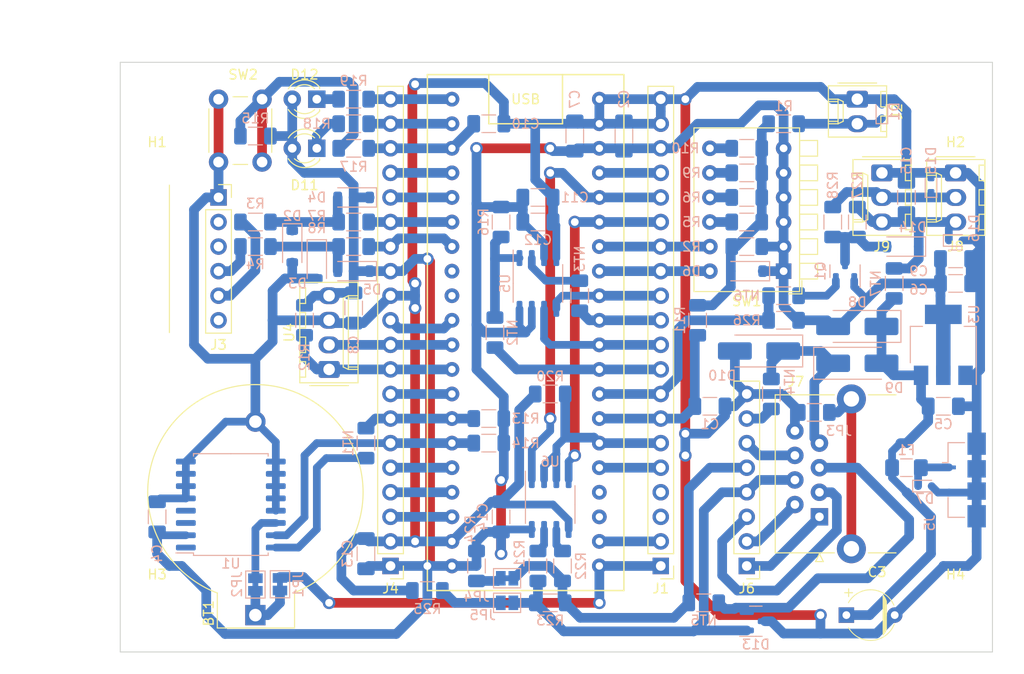
<source format=kicad_pcb>
(kicad_pcb (version 20221018) (generator pcbnew)
  (layers (0 "F.Cu" signal) (31 "B.Cu" signal) (34 "B.Paste" user) (35 "F.Paste" user) (36 "B.SilkS" user "B.Silkscreen") (37 "F.SilkS" user "F.Silkscreen") (38 "B.Mask" user) (39 "F.Mask" user) (44 "Edge.Cuts" user))
  (net 0 "")
  (net 1 "Net-(BT1-+)")
  (net 2 "GND")
  (net 3 "+3V3")
  (net 4 "+5V")
  (net 5 "/BTN_UMOUNT")
  (net 6 "Net-(D1-K)")
  (net 7 "/MODBUS_VP")
  (net 8 "/MODBUS_A")
  (net 9 "/MODBUS_B")
  (net 10 "/VBAT")
  (net 11 "/PC13")
  (net 13 "/DCF77_~{PON}")
  (net 14 "/DCF77_DATA")
  (net 15 "/PA4")
  (net 16 "/PA5")
  (net 17 "/MISO")
  (net 18 "/MOSI")
  (net 19 "/PB0")
  (net 20 "/PB1")
  (net 21 "/MODBUS_DI")
  (net 22 "/MODBUS_RO")
  (net 23 "/NRST")
  (net 26 "Net-(J3-TX)")
  (net 27 "Net-(J3-RX)")
  (net 29 "/5V_STM")
  (net 30 "/PB9")
  (net 31 "/PB8")
  (net 32 "/PB7")
  (net 33 "/PB6")
  (net 34 "/ONEWIRE")
  (net 35 "/PA15")
  (net 36 "/PA10")
  (net 37 "/PA9")
  (net 38 "/PA8")
  (net 39 "/PB15")
  (net 40 "/LED_PULSE")
  (net 41 "/LED_STATUS")
  (net 42 "Net-(J6-Pin_1)")
  (net 43 "Net-(J6-Pin_2)")
  (net 44 "Net-(J6-Pin_3)")
  (net 45 "Net-(J6-Pin_6)")
  (net 46 "Earth")
  (net 47 "/onewire/ONEWIRE_5V")
  (net 48 "Net-(JP2-B)")
  (net 49 "Net-(R5-Pad1)")
  (net 50 "Net-(R6-Pad1)")
  (net 51 "Net-(R9-Pad1)")
  (net 52 "Net-(R10-Pad1)")
  (net 53 "Net-(R15-Pad2)")
  (net 54 "/MODBUS_DE")
  (net 55 "Net-(U6-B)")
  (net 56 "Net-(U6-A)")
  (net 64 "/PB5")
  (net 65 "/PA2")
  (net 66 "Net-(U1-SCL)")
  (net 67 "/PA0")
  (net 68 "Net-(J6-Pin_7)")
  (net 69 "Net-(Q1-S)")
  (net 70 "Net-(U5-SO{slash}SIO1)")
  (net 71 "Net-(U5-~{CS})")
  (net 72 "Net-(D11-K)")
  (net 73 "Net-(D2-K)")
  (net 74 "Net-(D3-K)")
  (net 75 "Net-(D6-A)")
  (net 76 "Net-(D14-K)")
  (net 78 "/MODBUS_A_NT")
  (net 79 "Net-(JP4-B)")
  (net 80 "Net-(JP5-A)")
  (net 81 "Net-(D12-K)")
  (net 82 "Net-(D15-K)")
  (net 83 "Net-(D7-K)")
  (footprint "LED_THT:LED_D3.0mm" (layer "F.Cu") (at 147.32 74.93 180)
    (fp_text reference "D11")
    (fp_text value "LED")
  )
  (footprint "MountingHole:MountingHole_3.2mm_M3" (layer "F.Cu") (at 213.36 69.85)
    (fp_text reference "H2")
    (fp_text value "MountingHole")
  )
  (footprint "Connector_Molex:Molex_KK-254_AE-6410-03A_1x03_P2.54mm_Vertical" (layer "F.Cu") (at 205.74 77.47 -90)
    (fp_text reference "J9")
    (fp_text value "Conn_01x03")
  )
  (footprint "chinabluepill:ChinaBluePill" (layer "F.Cu") (at 161.29 118.11)
    (fp_text reference "U2" hide)
    (fp_text value "ChinaBluePill" hide)
  )
  (footprint "ondra:FTDI_breakout" (layer "F.Cu") (at 137.16 80.01)
    (fp_text reference "J3")
    (fp_text value "FTDI breakout")
  )
  (footprint "MountingHole:MountingHole_3.2mm_M3" (layer "F.Cu") (at 213.36 123.19)
    (fp_text reference "H4")
    (fp_text value "MountingHole")
  )
  (footprint "Connector_Molex:Molex_KK-254_AE-6410-03A_1x03_P2.54mm_Vertical" (layer "F.Cu") (at 213.36 77.47 -90)
    (fp_text reference "J8")
    (fp_text value "Conn_01x03")
  )
  (footprint "Connector_PinHeader_2.54mm:PinHeader_1x08_P2.54mm_Vertical" (layer "F.Cu") (at 191.77 118.11 180)
    (fp_text reference "J6")
    (fp_text value "Conn_01x08")
  )
  (footprint "LED_THT:LED_D3.0mm" (layer "F.Cu") (at 147.32 69.85 180)
    (fp_text reference "D12")
    (fp_text value "LED")
  )
  (footprint "ondra:CP_Radial_D5.0mm_P5.00mm" (layer "F.Cu") (at 202.067349 123.19)
    (fp_text reference "C3")
    (fp_text value "100u")
  )
  (footprint "Button_Switch_THT:SW_DIP_SPSTx06_Piano_10.8x16.8mm_W7.62mm_P2.54mm" (layer "F.Cu") (at 195.58 87.63 180)
    (fp_text reference "SW1")
    (fp_text value "SW_DIP_x06")
  )
  (footprint "Connector_PinHeader_2.54mm:PinHeader_1x20_P2.54mm_Vertical" (layer "F.Cu") (at 154.94 118.11 180)
    (fp_text reference "J4")
    (fp_text value "Conn_01x20_Pin")
  )
  (footprint "Connector_PinHeader_2.54mm:PinHeader_1x20_P2.54mm_Vertical" (layer "F.Cu") (at 182.88 118.11 180)
    (fp_text reference "J1")
    (fp_text value "Conn_01x20_Pin")
  )
  (footprint "Connector_Molex:Molex_KK-254_AE-6410-02A_1x02_P2.54mm_Vertical" (layer "F.Cu") (at 203.2 69.85 -90)
    (fp_text reference "J2")
    (fp_text value "Conn_01x02_Pin")
  )
  (footprint "Connector_Molex:Molex_KK-254_AE-6410-04A_1x04_P2.54mm_Vertical" (layer "F.Cu") (at 148.59 97.79 90)
    (fp_text reference "U4")
    (fp_text value "DCF-3850N-800")
  )
  (footprint "Button_Switch_THT:SW_PUSH_6mm" (layer "F.Cu") (at 141.66 69.85 -90)
    (fp_text reference "SW2")
    (fp_text value "SW_Push")
  )
  (footprint "MountingHole:MountingHole_3.2mm_M3" (layer "F.Cu") (at 130.81 123.19)
    (fp_text reference "H3")
    (fp_text value "MountingHole")
  )
  (footprint "ondra:BatteryHolder_DS1092-04-B6P" (layer "F.Cu") (at 140.97 123.19 90)
    (fp_text reference "BT1")
    (fp_text value "CR2032")
  )
  (footprint "MountingHole:MountingHole_3.2mm_M3" (layer "F.Cu") (at 130.81 69.85)
    (fp_text reference "H1")
    (fp_text value "MountingHole")
  )
  (footprint "Connector_RJ:RJ45_HALO_HFJ11-x2450HRL_Horizontal" (layer "F.Cu") (at 199.285 113.03 90)
    (fp_text reference "J7")
    (fp_text value "RJ45_Shielded")
  )
  (footprint "Resistor_SMD:R_1206_3216Metric_Pad1.30x1.75mm_HandSolder" (layer "B.Cu") (at 187.325 121.92)
    (fp_text reference "NT5")
    (fp_text value "NetTie_2")
  )
  (footprint "Diode_SMD:D_SMA_Handsoldering" (layer "B.Cu") (at 203.2 97.155)
    (fp_text reference "D9")
    (fp_text value "1N4007")
  )
  (footprint "Diode_SMD:D_SOD-523" (layer "B.Cu") (at 210.82 78.74 90)
    (fp_text reference "D15")
    (fp_text value "ESD5Z5V0")
  )
  (footprint "Resistor_SMD:R_1206_3216Metric_Pad1.30x1.75mm_HandSolder" (layer "B.Cu") (at 171.45 121.92)
    (fp_text reference "R23")
    (fp_text value "150 / 0.25W")
  )
  (footprint "Resistor_SMD:R_1206_3216Metric_Pad1.30x1.75mm_HandSolder" (layer "B.Cu") (at 174.498 90.17 90)
    (fp_text reference "NT3")
    (fp_text value "NetTie_2")
  )
  (footprint "Diode_SMD:D_SOD-523" (layer "B.Cu") (at 205.74 71.12 90)
    (fp_text reference "D1")
    (fp_text value "ESD5Z3.3T1G")
  )
  (footprint "Diode_SMD:D_SOD-123" (layer "B.Cu") (at 144.78 85.09 -90)
    (fp_text reference "D2")
    (fp_text value "1N4148W")
  )
  (footprint "Resistor_SMD:R_1206_3216Metric_Pad1.30x1.75mm_HandSolder" (layer "B.Cu") (at 195.58 92.71 180)
    (fp_text reference "R26")
    (fp_text value "10k")
  )
  (footprint "Resistor_SMD:R_1206_3216Metric_Pad1.30x1.75mm_HandSolder" (layer "B.Cu") (at 165.1 102.87 180)
    (fp_text reference "R13")
    (fp_text value "2k2")
  )
  (footprint "Resistor_SMD:R_1206_3216Metric_Pad1.30x1.75mm_HandSolder" (layer "B.Cu") (at 191.77 80.01)
    (fp_text reference "R6")
    (fp_text value "100k")
  )
  (footprint "Resistor_SMD:R_1206_3216Metric_Pad1.30x1.75mm_HandSolder" (layer "B.Cu") (at 151.13 69.85)
    (fp_text reference "R19")
    (fp_text value "330")
  )
  (footprint "Resistor_SMD:R_1206_3216Metric_Pad1.30x1.75mm_HandSolder" (layer "B.Cu") (at 140.97 85.09)
    (fp_text reference "R4")
    (fp_text value "1k")
  )
  (footprint "Capacitor_SMD:C_1206_3216Metric_Pad1.33x1.80mm_HandSolder" (layer "B.Cu") (at 208.28 80.01 90)
    (fp_text reference "C15")
    (fp_text value "100n")
  )
  (footprint "Resistor_SMD:R_1206_3216Metric_Pad1.30x1.75mm_HandSolder" (layer "B.Cu") (at 170.18 118.11 -90)
    (fp_text reference "R21")
    (fp_text value "10")
  )
  (footprint "Resistor_SMD:R_1206_3216Metric_Pad1.30x1.75mm_HandSolder" (layer "B.Cu") (at 151.13 82.55)
    (fp_text reference "R7")
    (fp_text value "100")
  )
  (footprint "Diode_SMD:D_SOD-123" (layer "B.Cu") (at 151.13 80.01 180)
    (fp_text reference "D4")
    (fp_text value "1N4148W")
  )
  (footprint "Capacitor_SMD:C_1206_3216Metric_Pad1.33x1.80mm_HandSolder" (layer "B.Cu") (at 170.18 82.55)
    (fp_text reference "C12")
    (fp_text value "100n")
  )
  (footprint "Resistor_SMD:R_1206_3216Metric_Pad1.30x1.75mm_HandSolder" (layer "B.Cu") (at 158.75 120.65 180)
    (fp_text reference "R25")
    (fp_text value "330")
  )
  (footprint "Resistor_SMD:R_1206_3216Metric_Pad1.30x1.75mm_HandSolder" (layer "B.Cu") (at 191.77 85.09 180)
    (fp_text reference "R2")
    (fp_text value "330k")
  )
  (footprint "Resistor_SMD:R_1206_3216Metric_Pad1.30x1.75mm_HandSolder" (layer "B.Cu") (at 191.77 74.93)
    (fp_text reference "R10")
    (fp_text value "10k")
  )
  (footprint "Capacitor_SMD:C_1206_3216Metric_Pad1.33x1.80mm_HandSolder" (layer "B.Cu") (at 213.36 86.36)
    (fp_text reference "C9")
    (fp_text value "330n")
  )
  (footprint "Capacitor_SMD:C_1206_3216Metric_Pad1.33x1.80mm_HandSolder" (layer "B.Cu") (at 173.99 73.66 90)
    (fp_text reference "C7")
    (fp_text value "10u")
  )
  (footprint "Resistor_SMD:R_1206_3216Metric_Pad1.30x1.75mm_HandSolder" (layer "B.Cu") (at 140.97 82.55)
    (fp_text reference "R3")
    (fp_text value "1k")
  )
  (footprint "Resistor_SMD:R_1206_3216Metric_Pad1.30x1.75mm_HandSolder" (layer "B.Cu") (at 186.69 92.71 -90)
    (fp_text reference "R11")
    (fp_text value "330")
  )
  (footprint "Resistor_SMD:R_1206_3216Metric_Pad1.30x1.75mm_HandSolder" (layer "B.Cu") (at 151.13 74.93 180)
    (fp_text reference "R17")
    (fp_text value "10k")
  )
  (footprint "Package_TO_SOT_SMD:SOT-23" (layer "B.Cu") (at 201.93 87.63 90)
    (fp_text reference "Q1")
    (fp_text value "BSS138")
  )
  (footprint "Jumper:SolderJumper-2_P1.3mm_Bridged_Pad1.0x1.5mm" (layer "B.Cu") (at 166.99 121.92)
    (fp_text reference "JP5")
    (fp_text value "SolderJumper_2_Bridged")
  )
  (footprint "Resistor_SMD:R_1206_3216Metric_Pad1.30x1.75mm_HandSolder" (layer "B.Cu") (at 171.45 100.33 180)
    (fp_text reference "R20")
    (fp_text value "10k")
  )
  (footprint "Capacitor_SMD:C_1206_3216Metric_Pad1.33x1.80mm_HandSolder" (layer "B.Cu") (at 187.96 101.6)
    (fp_text reference "C1")
    (fp_text value "10n")
  )
  (footprint "Diode_SMD:D_SOD-123" (layer "B.Cu") (at 147.32 86.74 -90)
    (fp_text reference "D3")
    (fp_text value "1N4148W")
  )
  (footprint "Diode_SMD:D_SMA_Handsoldering" (layer "B.Cu") (at 193.04 95.885 180)
    (fp_text reference "D10")
    (fp_text value "1N4007")
  )
  (footprint "Resistor_SMD:R_1206_3216Metric_Pad1.30x1.75mm_HandSolder" (layer "B.Cu") (at 191.77 77.47)
    (fp_text reference "R9")
    (fp_text value "33k")
  )
  (footprint "Resistor_SMD:R_1206_3216Metric_Pad1.30x1.75mm_HandSolder" (layer "B.Cu") (at 191.77 82.55)
    (fp_text reference "R5")
    (fp_text value "330k")
  )
  (footprint "Diode_SMD:D_SOD-123" (layer "B.Cu") (at 207.9 85.09 180)
    (fp_text reference "D14")
    (fp_text value "1N4148W")
  )
  (footprint "Capacitor_SMD:C_1206_3216Metric_Pad1.33x1.80mm_HandSolder" (layer "B.Cu") (at 166.37 113.03 90)
    (fp_text reference "C14")
    (fp_text value "100n")
  )
  (footprint "Resistor_SMD:R_1206_3216Metric_Pad1.30x1.75mm_HandSolder" (layer "B.Cu") (at 203.2 82.55 -90)
    (fp_text reference "R27")
    (fp_text value "10k")
  )
  (footprint "Resistor_SMD:R_1206_3216Metric_Pad1.30x1.75mm_HandSolder" (layer "B.Cu") (at 194.31 100.33 90)
    (fp_text reference "NT4")
    (fp_text value "NetTie_2")
  )
  (footprint "Resistor_SMD:R_1206_3216Metric_Pad1.30x1.75mm_HandSolder" (layer "B.Cu") (at 151.13 72.39)
    (fp_text reference "R18")
    (fp_text value "330")
  )
  (footprint "Resistor_SMD:R_1206_3216Metric_Pad1.30x1.75mm_HandSolder" (layer "B.Cu") (at 146.05 92.71 -90)
    (fp_text reference "R12")
    (fp_text value "10k")
  )
  (footprint "Capacitor_SMD:C_1206_3216Metric_Pad1.33x1.80mm_HandSolder" (layer "B.Cu") (at 213.36 88.9)
    (fp_text reference "C6")
    (fp_text value "10u")
  )
  (footprint "Package_TO_SOT_SMD:SOT-223-3_TabPin2" (layer "B.Cu") (at 212.09 95.25 90)
    (fp_text reference "U3")
    (fp_text value "AZ1117-3.3")
  )
  (footprint "Resistor_SMD:R_1206_3216Metric_Pad1.30x1.75mm_HandSolder" (layer "B.Cu") (at 195.58 72.39 180)
    (fp_text reference "R1")
    (fp_text value "1k")
  )
  (footprint "Diode_SMD:D_SOD-523" (layer "B.Cu") (at 210.185 109.855)
    (fp_text reference "D7")
    (fp_text value "ESD5Z5V0")
  )
  (footprint "Capacitor_SMD:C_1206_3216Metric_Pad1.33x1.80mm_HandSolder" (layer "B.Cu") (at 179.07 73.66 90)
    (fp_text reference "C2")
    (fp_text value "100n")
  )
  (footprint "Jumper:SolderJumper-2_P1.3mm_Bridged_Pad1.0x1.5mm" (layer "B.Cu") (at 140.97 120.03 90)
    (fp_text reference "JP2")
    (fp_text value "SolderJumper_2_Bridged")
  )
  (footprint "Package_SO:SO-8_3.9x4.9mm_P1.27mm" (layer "B.Cu") (at 171.45 111.76 -90)
    (fp_text reference "U6")
    (fp_text value "MAX3485EESA")
  )
  (footprint "Resistor_SMD:R_1206_3216Metric_Pad1.30x1.75mm_HandSolder" (layer "B.Cu") (at 195.58 90.17)
    (fp_text reference "NT6")
    (fp_text value "NetTie_2")
  )
  (footprint "Resistor_SMD:R_1206_3216Metric_Pad1.30x1.75mm_HandSolder" (layer "B.Cu") (at 198.755 102.235)
    (fp_text reference "JP3")
    (fp_text value "SolderJumper_2_Bridged")
  )
  (footprint "Resistor_SMD:R_1206_3216Metric_Pad1.30x1.75mm_HandSolder" (layer "B.Cu") (at 200.66 82.55 90)
    (fp_text reference "R28")
    (fp_text value "10")
  )
  (footprint "Diode_SMD:D_SOD-523" (layer "B.Cu") (at 213.36 84.455)
    (fp_text reference "D16")
    (fp_text value "ESD5Z5V0")
  )
  (footprint "Package_SO:SOIC-16W_7.5x10.3mm_P1.27mm" (layer "B.Cu") (at 138.43 111.76)
    (fp_text reference "U1")
    (fp_text value "DS3231M")
  )
  (footprint "Resistor_SMD:R_1206_3216Metric_Pad1.30x1.75mm_HandSolder" (layer "B.Cu") (at 152.4 105.41 -90)
    (fp_text reference "NT1")
    (fp_text value "NetTie_2")
  )
  (footprint "Diode_SMD:D_SOD-123" (layer "B.Cu") (at 151.13 87.63 180)
    (fp_text reference "D5")
    (fp_text value "1N4148W")
  )
  (footprint "Package_TO_SOT_SMD:SOT-23" (layer "B.Cu") (at 192.7075 123.825)
    (fp_text reference "D13")
    (fp_text value "SM712_SOT23")
  )
  (footprint "Diode_SMD:D_SMA_Handsoldering" (layer "B.Cu") (at 203.2 93.345 180)
    (fp_text reference "D8")
    (fp_text value "1N4007")
  )
  (footprint "Jumper:SolderJumper-2_P1.3mm_Bridged_Pad1.0x1.5mm" (layer "B.Cu") (at 143.51 120 90)
    (fp_text reference "JP1")
    (fp_text value "SolderJumper_2_Bridged")
  )
  (footprint "Capacitor_SMD:C_1206_3216Metric_Pad1.33x1.80mm_HandSolder" (layer "B.Cu") (at 165.1 72.39)
    (fp_text reference "C10")
    (fp_text value "100n")
  )
  (footprint "Resistor_SMD:R_1206_3216Metric_Pad1.30x1.75mm_HandSolder" (layer "B.Cu") (at 172.72 118.11 -90)
    (fp_text reference "R22")
    (fp_text value "10")
  )
  (footprint "Fuse:Fuse_1206_3216Metric_Pad1.42x1.75mm_HandSolder" (layer "B.Cu") (at 208.28 107.95 180)
    (fp_text reference "F1")
    (fp_text value "0ZCJ0016FF2E")
  )
  (footprint "Resistor_SMD:R_1206_3216Metric_Pad1.30x1.75mm_HandSolder" (layer "B.Cu") (at 165.735 93.98 90)
    (fp_text reference "NT2")
    (fp_text value "NetTie_2")
  )
  (footprint "Jumper:SolderJumper-2_P1.3mm_Bridged_Pad1.0x1.5mm" (layer "B.Cu") (at 166.99 119.38 180)
    (fp_text reference "JP4")
    (fp_text value "SolderJumper_2_Bridged")
  )
  (footprint "Capacitor_SMD:C_1206_3216Metric_Pad1.33x1.80mm_HandSolder" (layer "B.Cu") (at 212.09 101.6)
    (fp_text reference "C5")
    (fp_text value "100n")
  )
  (footprint "Capacitor_SMD:C_1206_3216Metric_Pad1.33x1.80mm_HandSolder" (layer "B.Cu") (at 151.13 91.44 -90)
    (fp_text reference "C8")
    (fp_text value "100n")
  )
  (footprint "Resistor_SMD:R_1206_3216Metric_Pad1.30x1.75mm_HandSolder" (layer "B.Cu") (at 165.1 105.41 180)
    (fp_text reference "R14")
    (fp_text value "2k2")
  )
  (footprint "Diode_SMD:D_SOD-123" (layer "B.Cu") (at 191.77 87.63 180)
    (fp_text reference "D6")
    (fp_text value "1N4148W")
  )
  (footprint "Package_SO:SOP-8_3.9x4.9mm_P1.27mm" (layer "B.Cu") (at 170.18 88.9 -90)
    (fp_text reference "U5")
    (fp_text value "MX25L3233FM1")
  )
  (footprint "Resistor_SMD:R_1206_3216Metric_Pad1.30x1.75mm_HandSolder" (layer "B.Cu") (at 166.37 82.55 -90)
    (fp_text reference "R16")
    (fp_text value "10k")
  )
  (footprint "Resistor_SMD:R_1206_3216Metric_Pad1.30x1.75mm_HandSolder" (layer "B.Cu") (at 140.97 73.66 180)
    (fp_text reference "R15")
    (fp_text value "10k")
  )
  (footprint "Capacitor_SMD:C_1206_3216Metric_Pad1.33x1.80mm_HandSolder" (layer "B.Cu") (at 170.18 80.01)
    (fp_text reference "C11")
    (fp_text value "10u")
  )
  (footprint "Resistor_SMD:R_1206_3216Metric_Pad1.30x1.75mm_HandSolder" (layer "B.Cu") (at 151.13 85.09)
    (fp_text reference "R8")
    (fp_text value "100")
  )
  (footprint "ondra:USB_Micro-B_Amphenol_10104110_Horizontal_power_only" (layer "B.Cu") (at 214.238 109.22 -90)
    (fp_text reference "J5")
    (fp_text value "ESB228110100Z")
  )
  (footprint "Capacitor_SMD:C_1206_3216Metric_Pad1.33x1.80mm_HandSolder" (layer "B.Cu") (at 130.81 113.03 90)
    (fp_text reference "C4")
    (fp_text value "100n")
  )
  (footprint "Capacitor_SMD:C_1206_3216Metric_Pad1.33x1.80mm_HandSolder" (layer "B.Cu") (at 152.4 116.84 90)
    (fp_text reference "C13")
    (fp_text value "10u")
  )
  (footprint "Resistor_SMD:R_1206_3216Metric_Pad1.30x1.75mm_HandSolder" (layer "B.Cu") (at 163.83 118.11 -90)
    (fp_text reference "R24")
    (fp_text value "330")
  )
  (footprint "Resistor_SMD:R_1206_3216Metric_Pad1.30x1.75mm_HandSolder" (layer "B.Cu") (at 207.01 88.9 -90)
    (fp_text reference "NT7")
    (fp_text value "NetTie_2")
  )
  (gr_line (start 127 66.04) (end 217.17 66.04) (stroke (width 0.1)) (layer "Edge.Cuts"))
  (gr_line (start 217.17 66.04) (end 217.17 127) (stroke (width 0.1)) (layer "Edge.Cuts"))
  (gr_line (start 217.17 127) (end 127 127) (stroke (width 0.1)) (layer "Edge.Cuts"))
  (gr_line (start 127 127) (end 127 66.04) (stroke (width 0.1)) (layer "Edge.Cuts"))
  (segment (start 143.51 121.92) (end 143.51 120.75) (width 1) (layer "B.Cu") (net 1))
  (segment (start 140.97 123.19) (end 140.97 120.78) (width 1) (layer "B.Cu") (net 1))
  (segment (start 142.24 123.19) (end 143.51 121.92) (width 1) (layer "B.Cu") (net 1))
  (segment (start 140.97 123.19) (end 142.24 123.19) (width 1) (layer "B.Cu") (net 1))
  (segment (start 185.42 69.85) (end 185.42 104.4325) (width 1) (layer "F.Cu") (net 2))
  (segment (start 157.48 88.9) (end 157.2 88.62) (width 1) (layer "F.Cu") (net 2))
  (segment (start 185.42 119.65) (end 188.96 123.19) (width 1) (layer "F.Cu") (net 2))
  (segment (start 188.96 123.19) (end 199.39 123.19) (width 1) (layer "F.Cu") (net 2))
  (segment (start 157.48 91.44) (end 157.48 115.57) (width 1) (layer "F.Cu") (net 2))
  (segment (start 185.42 106.68) (end 185.42 119.65) (width 1) (layer "F.Cu") (net 2))
  (segment (start 157.2 68.5805) (end 157.48 68.3005) (width 1) (layer "F.Cu") (net 2))
  (segment (start 157.2 88.62) (end 157.2 68.5805) (width 1) (layer "F.Cu") (net 2))
  (segment (start 137.16 76.35) (end 137.16 69.85) (width 1) (layer "F.Cu") (net 2))
  (via (at 157.48 88.9) (size 1.3) (drill 0.8) (layers "F.Cu" "B.Cu") (net 2))
  (via (at 157.48 115.57) (size 1.3) (drill 0.8) (layers "F.Cu" "B.Cu") (net 2))
  (via (at 199.39 123.19) (size 1.3) (drill 0.8) (layers "F.Cu" "B.Cu") (net 2))
  (via (at 157.48 91.44) (size 1.3) (drill 0.8) (layers "F.Cu" "B.Cu") (net 2))
  (via (at 157.48 68.3005) (size 1.3) (drill 0.8) (layers "F.Cu" "B.Cu") (net 2))
  (via (at 185.42 104.4325) (size 1.3) (drill 0.8) (layers "F.Cu" "B.Cu") (net 2))
  (via (at 185.42 106.68) (size 1.3) (drill 0.8) (layers "F.Cu" "B.Cu") (net 2))
  (via (at 185.42 69.85) (size 1.3) (drill 0.8) (layers "F.Cu" "B.Cu") (net 2))
  (segment (start 142.75 94.908654) (end 142.324327 95.334327) (width 1) (layer "B.Cu") (net 2))
  (segment (start 151.13 93.0025) (end 148.8825 93.0025) (width 1) (layer "B.Cu") (net 2))
  (segment (start 157.48 68.3005) (end 157.5925 68.188) (width 1) (layer "B.Cu") (net 2))
  (segment (start 151.13 120.65) (end 149.86 119.38) (width 1) (layer "B.Cu") (net 2))
  (segment (start 148.59 92.71) (end 142.75 92.71) (width 1) (layer "B.Cu") (net 2))
  (segment (start 166.6625 111.76) (end 166.37 111.4675) (width 0.8) (layer "B.Cu") (net 2))
  (segment (start 186.69 68.58) (end 199.39 68.58) (width 1) (layer "B.Cu") (net 2))
  (segment (start 149.86 116.84) (end 151.4225 115.2775) (width 1) (layer "B.Cu") (net 2))
  (segment (start 208.28 77.47) (end 213.36 77.47) (width 1) (layer "B.Cu") (net 2))
  (segment (start 214.9225 86.36) (end 214.9225 88.9) (width 1) (layer "B.Cu") (net 2))
  (segment (start 214.63 118.11) (end 212.09 118.11) (width 1) (layer "B.Cu") (net 2))
  (segment (start 169.9 72.67) (end 170.18 72.39) (width 1) (layer "B.Cu") (net 2))
  (segment (start 199.39 125.095) (end 195.58 125.095) (width 1) (layer "B.Cu") (net 2))
  (segment (start 215.538 112.97) (end 215.538 105.47) (width 1) (layer "B.Cu") (net 2))
  (segment (start 168.245 109.5925) (end 166.37 111.4675) (width 1) (layer "B.Cu") (net 2))
  (segment (start 189.5225 102.5775) (end 189.5225 101.6) (width 1) (layer "B.Cu") (net 2))
  (segment (start 214.39 98.4) (end 215.29 98.4) (width 1) (layer "B.Cu") (net 2))
  (segment (start 131.1525 111.125) (end 133.78 111.125) (width 0.8) (layer "B.Cu") (net 2))
  (segment (start 169.9 100.33) (end 168.245 101.985) (width 1) (layer "B.Cu") (net 2))
  (segment (start 190.54 99.1) (end 191.77 100.33) (width 1) (layer "B.Cu") (net 2))
  (segment (start 214.06 84.455) (end 215.265 84.455) (width 0.8) (layer "B.Cu") (net 2))
  (segment (start 176.53 72.39) (end 182.88 72.39) (width 1) (layer "B.Cu") (net 2))
  (segment (start 157.48 90.17) (end 157.48 88.9) (width 1) (layer "B.Cu") (net 2))
  (segment (start 151.13 93.0025) (end 152.1075 93.0025) (width 1) (layer "B.Cu") (net 2))
  (segment (start 215.9 97.79) (end 215.9 85.3825) (width 1) (layer "B.Cu") (net 2))
  (segment (start 212.688 110.52) (end 215.388 110.52) (width 0.8) (layer "B.Cu") (net 2))
  (segment (start 143.08 112.395) (end 143.08 107.315) (width 0.8) (layer "B.Cu") (net 2))
  (segment (start 173.355 113.386497) (end 171.728503 111.76) (width 0.8) (layer "B.Cu") (net 2))
  (segment (start 190.5 101.6) (end 191.77 100.33) (width 1) (layer "B.Cu") (net 2))
  (segment (start 157.5925 68.188) (end 164.708 68.188) (width 1) (layer "B.Cu") (net 2))
  (segment (start 143.08 105.3) (end 140.97 103.19) (width 0.8) (layer "B.Cu") (net 2))
  (segment (start 211.55 110.52) (end 210.885 109.855) (width 0.8) (layer "B.Cu") (net 2))
  (segment (start 164.708 68.188) (end 166.6625 70.1425) (width 1) (layer "B.Cu") (net 2))
  (segment (start 166.6625 70.1425) (end 166.6625 72.39) (width 1) (layer "B.Cu") (net 2))
  (segment (start 213.36 77.47) (end 214.63 77.47) (width 1) (layer "B.Cu") (net 2))
  (segment (start 130.81 111.4675) (end 131.1525 111.125) (width 0.8) (layer "B.Cu") (net 2))
  (segment (start 191.77 100.33) (end 195.411346 100.33) (width 1) (layer "B.Cu") (net 2))
  (segment (start 215.538 112.97) (end 215.538 115.57) (width 1) (layer "B.Cu") (net 2))
  (segment (start 215.9 97.79) (end 215.538 98.152) (width 1) (layer "B.Cu") (net 2))
  (segment (start 133.78 111.125) (end 133.78 107.315) (width 0.8) (layer "B.Cu") (net 2))
  (segment (start 196.745 104.14) (end 196.85 104.035) (width 1) (layer "B.Cu") (net 2))
  (segment (start 137.16 80.01) (end 137.16 76.35) (width 1) (layer "B.Cu") (net 2))
  (segment (start 195.411346 100.33) (end 196.745 101.663654) (width 1) (layer "B.Cu") (net 2))
  (segment (start 215.9 85.09) (end 215.9 85.3825) (width 1) (layer "B.Cu") (net 2))
  (segment (start 202.92 69.57) (end 203.2 69.85) (width 1) (layer "B.Cu") (net 2))
  (segment (start 154.94 90.17) (end 157.48 90.17) (width 1) (layer "B.Cu") (net 2))
  (segment (start 185.42 104.4325) (end 187.6675 104.4325) (width 1) (layer "B.Cu") (net 2))
  (segment (start 182.88 71.12) (end 182.88 69.85) (width 1) (layer "B.Cu") (net 2))
  (segment (start 205.74 77.47) (end 208.28 77.47) (width 1) (layer "B.Cu") (net 2))
  (segment (start 170.18 72.39) (end 174.2825 72.39) (width 1) (layer "B.Cu") (net 2))
  (segment (start 134.62 95.25) (end 134.62 81.28) (width 1) (layer "B.Cu") (net 2))
  (segment (start 203.2 69.85) (end 205.17 69.85) (width 0.8) (layer "B.Cu") (net 2))
  (segment (start 154.94 115.57) (end 157.48 115.57) (width 1) (layer "B.Cu") (net 2))
  (segment (start 142.75 92.71) (end 142.75 89.66) (width 1) (layer "B.Cu") (net 2))
  (segment (start 147.32 88.39) (end 144.78 88.39) (width 1) (layer "B.Cu") (net 2))
  (segment (start 152.1075 93.0025) (end 154.94 90.17) (width 1) (layer "B.Cu") (net 2))
  (segment (start 199.39 123.19) (end 199.39 125.095) (width 1) (layer "B.Cu") (net 2))
  (segment (start 134.62 81.28) (end 135.89 80.01) (width 1) (layer "B.Cu") (net 2))
  (segment (start 215.29 98.4) (end 215.9 97.79) (width 1) (layer "B.Cu") (net 2))
  (segment (start 148.8825 93.0025) (end 148.59 92.71) (width 1) (layer "B.Cu") (net 2))
  (segment (start 190.54 99.1) (end 190.54 95.885) (width 1) (layer "B.Cu") (net 2))
  (segment (start 207.01 69.85) (end 208.28 71.12) (width 1) (layer "B.Cu") (net 2))
  (segment (start 152.6925 115.57) (end 152.4 115.2775) (width 1) (layer "B.Cu") (net 2))
  (segment (start 203.2 69.85) (end 207.01 69.85) (width 1) (layer "B.Cu") (net 2))
  (segment (start 182.88 69.85) (end 185.42 69.85) (width 1) (layer "B.Cu") (net 2))
  (segment (start 215.538 115.57) (end 215.538 117.202) (width 1) (layer "B.Cu") (net 2))
  (segment (start 176.53 72.39) (end 176.53 69.85) (width 1) (layer "B.Cu") (net 2))
  (segment (start 133.78 107.315) (end 137.905 103.19) (width 0.8) (layer "B.Cu") (net 2))
  (segment (start 157.2 120.65) (end 151.13 120.65) (width 1) (layer "B.Cu") (net 2))
  (segment (start 140.97 103.19) (end 140.97 96.688654) (width 1) (layer "B.Cu") (net 2))
  (segment (start 213.6525 101.6) (end 215.538 101.6) (width 1) (layer "B.Cu") (net 2))
  (segment (start 215.538 117.202) (end 214.63 118.11) (width 1) (layer "B.Cu") (net 2))
  (segment (start 215.9 78.74) (end 215.9 85.09) (width 1) (layer "B.Cu") (net 2))
  (segment (start 182.88 72.39) (end 182.88 71.12) (width 1) (layer "B.Cu") (net 2))
  (segment (start 144.78 86.74) (end 144.78 88.39) (width 1) (layer "B.Cu") (net 2))
  (segment (start 142.324327 95.334327) (end 140.97 96.688654) (width 1) (layer "B.Cu") (net 2))
  (segment (start 137.905 103.19) (end 140.97 103.19) (width 0.8) (layer "B.Cu") (net 2))
  (segment (start 136.058654 96.688654) (end 140.97 96.688654) (width 1) (layer "B.Cu") (net 2))
  (segment (start 207.067349 123.19) (end 205.162349 125.095) (width 1) (layer "B.Cu") (net 2))
  (segment (start 200.66 69.85) (end 203.2 69.85) (width 1) (layer "B.Cu") (net 2))
  (segment (start 172.085 86.275) (end 172.085 82.8925) (width 0.8) (layer "B.Cu") (net 2))
  (segment (start 151.4225 115.2775) (end 152.4 115.2775) (width 1) (layer "B.Cu") (net 2))
  (segment (start 215.388 110.52) (end 215.538 110.37) (width 0.8) (layer "B.Cu") (net 2))
  (segment (start 194.31 123.825) (end 193.645 123.825) (width 1) (layer "B.Cu") (net 2))
  (segment (start 166.6625 72.39) (end 170.18 72.39) (width 1) (layer "B.Cu") (net 2))
  (segment (start 214.63 77.47) (end 215.9 78.74) (width 1) (layer "B.Cu") (net 2))
  (segment (start 171.7425 82.55) (end 171.7425 80.01) (width 1) (layer "B.Cu") (net 2))
  (segment (start 137.16 80.01) (end 135.89 80.01) (width 1) (layer "B.Cu") (net 2))
  (segment (start 157.48 91.44) (end 157.48 90.17) (width 1) (layer "B.Cu") (net 2))
  (segment (start 161.29 115.57) (end 165.3925 111.4675) (width 1) (layer "B.Cu") (net 2))
  (segment (start 171.7425 80.01) (end 169.9 78.1675) (width 1) (layer "B.Cu") (net 2))
  (segment (start 165.3925 111.4675) (end 166.37 111.4675) (width 1) (layer "B.Cu") (net 2))
  (segment (start 171.728503 111.76) (end 166.6625 111.76) (width 0.8) (layer "B.Cu") (net 2))
  (segment (start 205.17 69.85) (end 205.74 70.42) (width 0.8) (layer "B.Cu") (net 2))
  (segment (start 144.02 88.39) (end 144.78 88.39) (width 1) (layer "B.Cu") (net 2))
  (segment (start 205.162349 125.095) (end 199.39 125.095) (width 1) (layer "B.Cu") (net 2))
  (segment (start 185.42 69.85) (end 186.69 68.58) (width 1) (layer "B.Cu") (net 2))
  (segment (start 212.688 110.52) (end 211.55 110.52) (width 0.8) (layer "B.Cu") (net 2))
  (segment (start 172.085 82.8925) (end 171.7425 82.55) (width 0.8) (layer "B.Cu") (net 2))
  (segment (start 143.08 107.315) (end 143.08 105.3) (width 0.8) (layer "B.Cu") (net 2))
  (segment (start 154.94 115.57) (end 152.6925 115.57) (width 1) (layer "B.Cu") (net 2))
  (segment (start 195.58 125.095) (end 194.31 123.825) (width 1) (layer "B.Cu") (net 2))
  (segment (start 176.53 69.85) (end 182.88 69.85) (width 1) (layer "B.Cu") (net 2))
  (segment (start 176.53 72.39) (end 174.2825 72.39) (width 1) (layer "B.Cu") (net 2))
  (segment (start 196.745 101.663654) (end 196.745 104.14) (width 1) (layer "B.Cu") (net 2))
  (segment (start 185.42 104.4325) (end 185.42 106.68) (width 1) (layer "B.Cu") (net 2))
  (segment (start 142.75 89.66) (end 144.02 88.39) (width 1) (layer "B.Cu") (net 2))
  (segment (start 187.6675 104.4325) (end 189.5225 102.5775) (width 1) (layer "B.Cu") (net 2))
  (segment (start 169.9 78.1675) (end 169.9 72.67) (width 1) (layer "B.Cu") (net 2))
  (segment (start 189.5225 101.6) (end 190.5 101.6) (width 1) (layer "B.Cu") (net 2))
  (segment (start 168.245 101.985) (end 168.245 109.5925) (width 1) (layer "B.Cu") (net 2))
  (segment (start 149.86 119.38) (end 149.86 116.84) (width 1) (layer "B.Cu") (net 2))
  (segment (start 215.9 85.3825) (end 214.9225 86.36) (width 1) (layer "B.Cu") (net 2))
  (segment (start 215.538 98.152) (end 215.538 101.6) (width 1) (layer "B.Cu") (net 2))
  (segment (start 173.355 114.335) (end 173.355 113.386497) (width 0.8) (layer "B.Cu") (net 2))
  (segment (start 157.48 115.57) (end 161.29 115.57) (width 1) (layer "B.Cu") (net 2))
  (segment (start 215.265 84.455) (end 215.9 85.09) (width 0.8) (layer "B.Cu") (net 2))
  (segment (start 174.2825 72.39) (end 173.99 72.0975) (width 1) (layer "B.Cu") (net 2))
  (segment (start 199.39 68.58) (end 200.66 69.85) (width 1) (layer "B.Cu") (net 2))
  (segment (start 212.09 118.11) (end 212.09 118.167349) (width 1) (layer "B.Cu") (net 2))
  (segment (start 142.75 92.71) (end 142.75 94.908654) (width 1) (layer "B.Cu") (net 2))
  (segment (start 134.62 95.25) (end 136.058654 96.688654) (width 1) (layer "B.Cu") (net 2))
  (segment (start 208.28 71.12) (end 208.28 77.47) (width 1) (layer "B.Cu") (net 2))
  (segment (start 215.538 101.6) (end 215.538 105.47) (width 1) (layer "B.Cu") (net 2))
  (segment (start 212.09 118.167349) (end 207.067349 123.19) (width 1) (layer "B.Cu") (net 2))
  (segment (start 166.37 116.84) (end 166.37 109.22) (width 1) (layer "F.Cu") (net 3))
  (segment (start 159.03 117.83) (end 159.03 86.64) (width 1) (layer "F.Cu") (net 3))
  (segment (start 171.45 74.93) (end 163.83 74.93) (width 1) (layer "F.Cu") (net 3))
  (segment (start 159.03 86.64) (end 158.75 86.36) (width 1) (layer "F.Cu") (net 3))
  (segment (start 158.75 118.11) (end 159.03 117.83) (width 1) (layer "F.Cu") (net 3))
  (via (at 166.37 116.84) (size 1.3) (drill 0.8) (layers "F.Cu" "B.Cu") (net 3))
  (via (at 158.75 118.11) (size 1.3) (drill 0.8) (layers "F.Cu" "B.Cu") (net 3))
  (via (at 163.83 74.93) (size 1.3) (drill 0.8) (layers "F.Cu" "B.Cu") (net 3))
  (via (at 158.75 86.36) (size 1.3) (drill 0.8) (layers "F.Cu" "B.Cu") (net 3))
  (via (at 171.45 74.93) (size 1.3) (drill 0.8) (layers "F.Cu" "B.Cu") (net 3))
  (via (at 166.37 109.22) (size 1.3) (drill 0.8) (layers "F.Cu" "B.Cu") (net 3))
  (segment (start 130.81 114.5925) (end 131.1525 114.935) (width 0.8) (layer "B.Cu") (net 3))
  (segment (start 158.75 86.36) (end 157.48 86.36) (width 1) (layer "B.Cu") (net 3))
  (segment (start 151.13 87.63) (end 151.13 80.01) (width 1) (layer "B.Cu") (net 3))
  (segment (start 168.275 91.525) (end 168.275 93.345) (width 0.8) (layer "B.Cu") (net 3))
  (segment (start 144.78 76.202792) (end 144.78 74.93) (width 1) (layer "B.Cu") (net 3))
  (segment (start 164.8075 114.5925) (end 166.37 114.5925) (width 1) (layer "B.Cu") (net 3))
  (segment (start 169.545 91.525) (end 169.545 93.345) (width 0.8) (layer "B.Cu") (net 3))
  (segment (start 131.1525 114.935) (end 133.78 114.935) (width 0.8) (layer "B.Cu") (net 3))
  (segment (start 166.65 100.61) (end 166.65 102.87) (width 1) (layer "B.Cu") (net 3))
  (segment (start 163.83 116.56) (end 163.83 118.11) (width 1) (layer "B.Cu") (net 3))
  (segment (start 184.15 74.93) (end 182.88 74.93) (width 1) (layer "B.Cu") (net 3))
  (segment (start 168.6175 82.55) (end 168.6175 81.28) (width 1) (layer "B.Cu") (net 3))
  (segment (start 157.48 86.36) (end 156.21 87.63) (width 1) (layer "B.Cu") (net 3))
  (segment (start 168.6175 81.28) (end 168.6175 80.01) (width 1) (layer "B.Cu") (net 3))
  (segment (start 154.94 118.11) (end 161.29 118.11) (width 1) (layer "B.Cu") (net 3))
  (segment (start 170.815 84.7475) (end 168.6175 82.55) (width 0.8) (layer "B.Cu") (net 3))
  (segment (start 193.32 85.09) (end 195.58 85.09) (width 1) (layer "B.Cu") (net 3))
  (segment (start 211.7975 88.9) (end 211.7975 90.17) (width 1) (layer "B.Cu") (net 3))
  (segment (start 147.04 90.17) (end 148.59 90.17) (width 1) (layer "B.Cu") (net 3))
  (segment (start 137.84 125.14) (end 135.89 123.19) (width 1) (layer "B.Cu") (net 3))
  (segment (start 195.58 71.288654) (end 194.776346 70.485) (width 1) (layer "B.Cu") (net 3))
  (segment (start 163.83 115.57) (end 164.8075 114.5925) (width 1) (layer "B.Cu") (net 3))
  (segment (start 195.58 74.93) (end 195.58 87.63) (width 1) (layer "B.Cu") (net 3))
  (segment (start 191.135 72.39) (end 186.69 72.39) (width 1) (layer "B.Cu") (net 3))
  (segment (start 169.545 114.335) (end 166.6275 114.335) (width 0.8) (layer "B.Cu") (net 3))
  (segment (start 163.83 93.176346) (end 163.96 93.306346) (width 1) (layer "B.Cu") (net 3))
  (segment (start 156.21 87.63) (end 154.94 87.63) (width 1) (layer "B.Cu") (net 3))
  (segment (start 168.91 93.98) (end 164.633654 93.98) (width 1) (layer "B.Cu") (net 3))
  (segment (start 144.78 73.66) (end 144.78 69.85) (width 1) (layer "B.Cu") (net 3))
  (segment (start 166.37 81) (end 168.3375 81) (width 1) (layer "B.Cu") (net 3))
  (segment (start 132.08 118.11) (end 130.81 116.84) (width 1) (layer "B.Cu") (net 3))
  (segment (start 161.29 118.11) (end 163.83 118.11) (width 1) (layer "B.Cu") (net 3))
  (segment (start 166.65 105.41) (end 166.65 102.87) (width 1) (layer "B.Cu") (net 3))
  (segment (start 195.58 74.93) (end 195.58 71.288654) (width 1) (layer "B.Cu") (net 3))
  (segment (start 211.7975 88.9) (end 211.7975 86.36) (width 1) (layer "B.Cu") (net 3))
  (segment (start 151.13 80.01) (end 152.78 80.01) (width 1) (layer "B.Cu") (net 3))
  (segment (start 142.52 73.66) (end 144.78 73.66) (width 1) (layer "B.Cu") (net 3))
  (segment (start 205.78 88.9) (end 204.15 90.53) (width 1) (layer "B.Cu") (net 3))
  (segment (start 168.275 93.345) (end 168.91 93.98) (width 0.8) (layer "B.Cu") (net 3))
  (segment (start 149.86 77.47) (end 146.047208 77.47) (width 1) (layer "B.Cu") (net 3))
  (segment (start 170.815 86.275) (end 170.815 84.7475) (width 0.8) (layer "B.Cu") (net 3))
  (segment (start 166.6275 114.335) (end 166.37 114.5925) (width 0.8) (layer "B.Cu") (net 3))
  (segment (start 195.58 91.271346) (end 197.018654 92.71) (width 1) (layer "B.Cu") (net 3))
  (segment (start 135.89 123.19) (end 135.89 120.65) (width 1) (layer "B.Cu") (net 3))
  (segment (start 194.776346 70.485) (end 193.04 70.485) (width 1) (layer "B.Cu") (net 3))
  (segment (start 197.018654 92.71) (end 197.13 92.71) (width 1) (layer "B.Cu") (net 3))
  (segment (start 169.545 93.345) (end 168.91 93.98) (width 0.8) (layer "B.Cu") (net 3))
  (segment (start 154.94 87.63) (end 151.13 87.63) (width 1) (layer "B.Cu") (net 3))
  (segment (start 158.75 118.11) (end 158.75 121.92) (width 1) (layer "B.Cu") (net 3))
  (segment (start 171.7425 75.2225) (end 171.45 74.93) (width 1) (layer "B.Cu") (net 3))
  (segment (start 202.88 88.5675) (end 202.88 89.26) (width 0.8) (layer "B.Cu") (net 3))
  (segment (start 151.13 87.63) (end 151.13 89.8775) (width 1) (layer "B.Cu") (net 3))
  (segment (start 163.83 97.79) (end 166.65 100.61) (width 1) (layer "B.Cu") (net 3))
  (segment (start 155.53 125.14) (end 137.84 125.14) (width 1) (layer "B.Cu") (net 3))
  (segment (start 176.53 74.93) (end 174.2825 74.93) (width 1) (layer "B.Cu") (net 3))
  (segment (start 146.047208 77.47) (end 144.78 76.202792) (width 1) (layer "B.Cu") (net 3))
  (segment (start 186.69 72.39) (end 184.15 74.93) (width 1) (layer "B.Cu") (net 3))
  (segment (start 151.13 89.8775) (end 148.8825 89.8775) (width 1) (layer "B.Cu") (net 3))
  (segment (start 200.065 92.71) (end 200.7 93.345) (width 1) (layer "B.Cu") (net 3))
  (segment (start 158.75 121.92) (end 155.53 125.14) (width 1) (layer "B.Cu") (net 3))
  (segment (start 152.6925 118.11) (end 152.4 118.4025) (width 1) (layer "B.Cu") (net 3))
  (segment (start 151.13 80.01) (end 151.13 78.74) (width 1) (layer "B.Cu") (net 3))
  (segment (start 212.09 98.4) (end 212.09 92.1) (width 1.5) (layer "B.Cu") (net 3))
  (segment (start 202.88 89.26) (end 204.15 90.53) (width 0.8) (layer "B.Cu") (net 3))
  (segment (start 211.7975 88.9) (end 205.78 88.9) (width 1) (layer "B.Cu") (net 3))
  (segment (start 193.04 70.485) (end 191.135 72.39) (width 1) (layer "B.Cu") (net 3))
  (segment (start 164.185 81) (end 163.83 80.645) (width 1) (layer "B.Cu") (net 3))
  (segment (start 195.58 87.63) (end 195.58 91.271346) (width 1) (layer "B.Cu") (net 3))
  (segment (start 133.35 118.11) (end 132.08 118.11) (width 1) (layer "B.Cu") (net 3))
  (segment (start 163.83 93.176346) (end 163.83 97.79) (width 1) (layer "B.Cu") (net 3))
  (segment (start 168.3375 81) (end 168.6175 81.28) (width 1) (layer "B.Cu") (net 3))
  (segment (start 151.13 89.8775) (end 151.4225 89.8775) (width 1) (layer "B.Cu") (net 3))
  (segment (start 201.335 93.345) (end 204.15 90.53) (width 1) (layer "B.Cu") (net 3))
  (segment (start 211.7975 91.8075) (end 212.09 92.1) (width 1) (layer "B.Cu") (net 3))
  (segment (start 144.78 73.66) (end 144.78 74.93) (width 1) (layer "B.Cu") (net 3))
  (segment (start 166.37 81) (end 164.185 81) (width 1) (layer "B.Cu") (net 3))
  (segment (start 135.89 120.65) (end 133.35 118.11) (width 1) (layer "B.Cu") (net 3))
  (segment (start 146.05 91.16) (end 147.04 90.17) (width 1) (layer "B.Cu") (net 3))
  (segment (start 130.81 116.84) (end 130.81 114.5925) (width 1) (layer "B.Cu") (net 3))
  (segment (start 166.65 108.94) (end 166.37 109.22) (width 1) (layer "B.Cu") (net 3))
  (segment (start 166.37 114.5925) (end 166.37 116.84) (width 1) (layer "B.Cu") (net 3))
  (segment (start 176.53 74.93) (end 182.88 74.93) (width 1) (layer "B.Cu") (net 3))
  (segment (start 200.7 93.345) (end 201.335 93.345) (width 1) (layer "B.Cu") (net 3))
  (segment (start 197.13 92.71) (end 200.065 92.71) (width 1) (layer "B.Cu") (net 3))
  (segment (start 151.13 78.74) (end 149.86 77.47) (width 1) (layer "B.Cu") (net 3))
  (segment (start 173.99 75.2225) (end 171.7425 75.2225) (width 1) (layer "B.Cu") (net 3))
  (segment (start 174.2825 74.93) (end 173.99 75.2225) (width 1) (layer "B.Cu") (net 3))
  (segment (start 154.94 118.11) (end 152.6925 118.11) (width 1) (layer "B.Cu") (net 3))
  (segment (start 163.83 80.645) (end 163.83 93.176346) (width 1) (layer "B.Cu") (net 3))
  (segment (start 164.633654 93.98) (end 163.96 93.306346) (width 1) (layer "B.Cu") (net 3))
  (segment (start 163.83 74.93) (end 163.83 80.645) (width 1) (layer "B.Cu") (net 3))
  (segment (start 211.7975 90.17) (end 211.7975 91.8075) (width 1) (layer "B.Cu") (net 3))
  (segment (start 193.42 87.63) (end 195.58 87.63) (width 1) (layer "B.Cu") (net 3))
  (segment (start 163.83 116.56) (end 163.83 115.57) (width 1) (layer "B.Cu") (net 3))
  (segment (start 148.8825 89.8775) (end 148.59 90.17) (width 1) (layer "B.Cu") (net 3))
  (segment (start 166.65 105.41) (end 166.65 108.94) (width 1) (layer "B.Cu") (net 3))
  (segment (start 205.7 91.76) (end 205.7 93.345) (width 1) (layer "B.Cu") (net 4))
  (segment (start 205.7 91.76) (end 207.01 90.45) (width 1) (layer "B.Cu") (net 4))
  (segment (start 210.5275 103.1625) (end 208.28 105.41) (width 1) (layer "B.Cu") (net 4))
  (segment (start 206.7925 107.95) (end 206.7925 106.2625) (width 0.8) (layer "B.Cu") (net 4))
  (segment (start 210.82 113.03) (end 208.28 110.49) (width 1) (layer "B.Cu") (net 4))
  (segment (start 202.067349 123.19) (end 204.47 123.19) (width 1) (layer "B.Cu") (net 4))
  (segment (start 209.79 100.8625) (end 210.5275 101.6) (width 1) (layer "B.Cu") (net 4))
  (segment (start 210.82 116.84) (end 210.82 113.03) (width 1) (layer "B.Cu") (net 4))
  (segment (start 204.47 123.19) (end 210.82 116.84) (width 1) (layer "B.Cu") (net 4))
  (segment (start 208.28 110.49) (end 206.7925 109.0025) (width 0.8) (layer "B.Cu") (net 4))
  (segment (start 206.7925 109.0025) (end 206.7925 107.95) (width 0.8) (layer "B.Cu") (net 4))
  (segment (start 206.7925 106.2625) (end 207.645 105.41) (width 0.8) (layer "B.Cu") (net 4))
  (segment (start 206.945 98.4) (end 205.7 97.155) (width 1) (layer "B.Cu") (net 4))
  (segment (start 209.79 98.4) (end 209.79 100.8625) (width 1) (layer "B.Cu") (net 4))
  (segment (start 205.7 97.155) (end 205.7 93.345) (width 1) (layer "B.Cu") (net 4))
  (segment (start 210.5275 103.1625) (end 210.5275 101.6) (width 1) (layer "B.Cu") (net 4))
  (segment (start 208.28 105.41) (end 207.645 105.41) (width 1) (layer "B.Cu") (net 4))
  (segment (start 209.79 98.4) (end 206.945 98.4) (width 1) (layer "B.Cu") (net 4))
  (segment (start 152.68 74.93) (end 154.94 74.93) (width 1) (layer "B.Cu") (net 5))
  (segment (start 163.5375 72.6825) (end 163.5375 72.39) (width 1) (layer "B.Cu") (net 5))
  (segment (start 154.94 74.93) (end 161.29 74.93) (width 1) (layer "B.Cu") (net 5))
  (segment (start 161.29 74.93) (end 163.5375 72.6825) (width 1) (layer "B.Cu") (net 5))
  (segment (start 205.17 72.39) (end 205.74 71.82) (width 0.8) (layer "B.Cu") (net 6))
  (segment (start 197.13 72.39) (end 203.2 72.39) (width 1) (layer "B.Cu") (net 6))
  (segment (start 203.2 72.39) (end 205.17 72.39) (width 0.8) (layer "B.Cu") (net 6))
  (segment (start 194.31 97.115) (end 195.54 95.885) (width 1) (layer "B.Cu") (net 7))
  (segment (start 198.755 99.1) (end 200.7 97.155) (width 1) (layer "B.Cu") (net 7))
  (segment (start 194.31 98.78) (end 194.31 97.115) (width 1) (layer "B.Cu") (net 7))
  (segment (start 199.285 105.41) (end 198.755 104.88) (width 1) (layer "B.Cu") (net 7))
  (segment (start 195.54 95.885) (end 199.43 95.885) (width 1) (layer "B.Cu") (net 7))
  (segment (start 199.43 95.885) (end 200.7 97.155) (width 1) (layer "B.Cu") (net 7))
  (segment (start 198.755 104.88) (end 198.755 99.1) (width 1) (layer "B.Cu") (net 7))
  (segment (start 203.2 107.95) (end 199.285 107.95) (width 1) (layer "B.Cu") (net 8))
  (segment (start 208.560051 115.08726) (end 208.560051 113.310051) (width 1) (layer "B.Cu") (net 8))
  (segment (start 199.13 119.38) (end 204.267311 119.38) (width 1) (layer "B.Cu") (net 8))
  (segment (start 196.085 122.425) (end 199.13 119.38) (width 1) (layer "B.Cu") (net 8))
  (segment (start 188.875 121.92) (end 189.51 122.555) (width 1) (layer "B.Cu") (net 8))
  (segment (start 204.267311 119.38) (end 208.560051 115.08726) (width 1) (layer "B.Cu") (net 8))
  (segment (start 189.51 122.555) (end 190.5 122.555) (width 1) (layer "B.Cu") (net 8))
  (segment (start 208.560051 113.310051) (end 203.2 107.95) (width 1) (layer "B.Cu") (net 8))
  (segment (start 190.63 122.425) (end 196.085 122.425) (width 1) (layer "B.Cu") (net 8))
  (segment (start 190.5 122.555) (end 190.63 122.425) (width 1) (layer "B.Cu") (net 8))
  (segment (start 187.325 123.825) (end 187.325 112.395) (width 1) (layer "B.Cu") (net 9))
  (segment (start 189.23 110.49) (end 191.77 110.49) (width 1) (layer "B.Cu") (net 9))
  (segment (start 186.375 124.775) (end 186.28 124.87) (width 1) (layer "B.Cu") (net 9))
  (segment (start 172.85 124.87) (end 186.28 124.87) (width 1) (layer "B.Cu") (net 9))
  (segment (start 191.77 110.49) (end 193.04 109.22) (width 1) (layer "B.Cu") (net 9))
  (segment (start 169.9 121.92) (end 172.85 124.87) (width 1) (layer "B.Cu") (net 9))
  (segment (start 186.28 124.87) (end 187.325 123.825) (width 1) (layer "B.Cu") (net 9))
  (segment (start 187.325 112.395) (end 189.23 110.49) (width 1) (layer "B.Cu") (net 9))
  (segment (start 193.04 109.22) (end 196.745 109.22) (width 1) (layer "B.Cu") (net 9))
  (segment (start 170.18 121.64) (end 169.9 121.92) (width 1) (layer "B.Cu") (net 9))
  (segment (start 169.9 121.92) (end 167.74 121.92) (width 1) (layer "B.Cu") (net 9))
  (segment (start 191.77 124.775) (end 186.375 124.775) (width 1) (layer "B.Cu") (net 9))
  (segment (start 170.18 119.66) (end 170.18 121.64) (width 1) (layer "B.Cu") (net 9))
  (segment (start 176.53 121.92) (end 148.59 121.92) (width 1) (layer "F.Cu") (net 10))
  (via (at 148.59 121.92) (size 1.3) (drill 0.8) (layers "F.Cu" "B.Cu") (net 10))
  (via (at 176.53 121.92) (size 1.3) (drill 0.8) (layers "F.Cu" "B.Cu") (net 10))
  (segment (start 176.53 121.92) (end 176.53 118.11) (width 1) (layer "B.Cu") (net 10))
  (segment (start 176.53 118.11) (end 182.88 118.11) (width 1) (layer "B.Cu") (net 10))
  (segment (start 145.92 119.25) (end 143.51 119.25) (width 1) (layer "B.Cu") (net 10))
  (segment (start 148.59 121.92) (end 145.92 119.25) (width 1) (layer "B.Cu") (net 10))
  (segment (start 176.53 115.57) (end 182.88 115.57) (width 1) (layer "B.Cu") (net 11))
  (segment (start 146.05 94.26) (end 146.05 96.52) (width 1) (layer "B.Cu") (net 13))
  (segment (start 154.94 97.79) (end 161.29 97.79) (width 1) (layer "B.Cu") (net 13))
  (segment (start 147.32 97.79) (end 148.59 97.79) (width 1) (layer "B.Cu") (net 13))
  (segment (start 146.05 96.52) (end 147.32 97.79) (width 1) (layer "B.Cu") (net 13))
  (segment (start 148.59 97.79) (end 154.94 97.79) (width 1) (layer "B.Cu") (net 13))
  (segment (start 154.94 95.25) (end 161.29 95.25) (width 1) (layer "B.Cu") (net 14))
  (segment (start 148.59 95.25) (end 154.94 95.25) (width 1) (layer "B.Cu") (net 14))
  (segment (start 167.995 97.79) (end 165.735 95.53) (width 1) (layer "B.Cu") (net 15))
  (segment (start 176.53 97.79) (end 167.995 97.79) (width 1) (layer "B.Cu") (net 15))
  (segment (start 176.53 97.79) (end 182.88 97.79) (width 1) (layer "B.Cu") (net 15))
  (segment (start 171.45 95.25) (end 176.53 95.25) (width 0.8) (layer "B.Cu") (net 16))
  (segment (start 170.815 94.615) (end 171.45 95.25) (width 0.8) (layer "B.Cu") (net 16))
  (segment (start 170.815 91.525) (end 170.815 94.615) (width 0.8) (layer "B.Cu") (net 16))
  (segment (start 176.53 95.25) (end 182.88 95.25) (width 1) (layer "B.Cu") (net 16))
  (segment (start 176.53 92.71) (end 182.88 92.71) (width 1) (layer "B.Cu") (net 17))
  (segment (start 175.488 92.71) (end 174.498 91.72) (width 1) (layer "B.Cu") (net 17))
  (segment (start 176.53 92.71) (end 175.488 92.71) (width 1) (layer "B.Cu") (net 17))
  (segment (start 176.53 90.17) (end 182.88 90.17) (width 1) (layer "B.Cu") (net 18))
  (segment (start 172.085 90.805) (end 172.72 90.17) (width 0.8) (layer "B.Cu") (net 18))
  (segment (start 172.085 91.525) (end 172.085 90.805) (width 0.8) (layer "B.Cu") (net 18))
  (segment (start 176.53 90.17) (end 172.72 90.17) (width 0.8) (layer "B.Cu") (net 18))
  (segment (start 176.53 87.63) (end 182.88 87.63) (width 1) (layer "B.Cu") (net 19))
  (segment (start 182.88 87.63) (end 187.96 87.63) (width 1) (layer "B.Cu") (net 19))
  (segment (start 187.96 85.09) (end 182.88 85.09) (width 1) (layer "B.Cu") (net 20))
  (segment (start 176.53 85.09) (end 182.88 85.09) (width 1) (layer "B.Cu") (net 20))
  (segment (start 173.99 82.55) (end 173.99 106.68) (width 1) (layer "F.Cu") (net 21))
  (via (at 173.99 82.55) (size 1.3) (drill 0.8) (layers "F.Cu" "B.Cu") (net 21))
  (via (at 173.99 106.68) (size 1.3) (drill 0.8) (layers "F.Cu" "B.Cu") (net 21))
  (segment (start 173.355 109.185) (end 173.355 107.315) (width 0.8) (layer "B.Cu") (net 21))
  (segment (start 176.53 82.55) (end 173.99 82.55) (width 1) (layer "B.Cu") (net 21))
  (segment (start 173.355 107.315) (end 173.99 106.68) (width 0.8) (layer "B.Cu") (net 21))
  (segment (start 176.53 82.55) (end 182.88 82.55) (width 1) (layer "B.Cu") (net 21))
  (segment (start 171.45 77.47) (end 171.45 102.87) (width 1) (layer "F.Cu") (net 22))
  (via (at 171.45 77.47) (size 1.3) (drill 0.8) (layers "F.Cu" "B.Cu") (net 22))
  (via (at 171.45 102.87) (size 1.3) (drill 0.8) (layers "F.Cu" "B.Cu") (net 22))
  (segment (start 169.545 109.185) (end 169.545 106.045) (width 0.8) (layer "B.Cu") (net 22))
  (segment (start 171.45 104.14) (end 171.45 102.87) (width 0.8) (layer "B.Cu") (net 22))
  (segment (start 172.72 77.47) (end 175.26 80.01) (width 1) (layer "B.Cu") (net 22))
  (segment (start 171.45 77.47) (end 172.72 77.47) (width 1) (layer "B.Cu") (net 22))
  (segment (start 169.545 106.045) (end 171.45 104.14) (width 0.8) (layer "B.Cu") (net 22))
  (segment (start 176.53 80.01) (end 182.88 80.01) (width 1) (layer "B.Cu") (net 22))
  (segment (start 175.26 80.01) (end 176.53 80.01) (width 1) (layer "B.Cu") (net 22))
  (segment (start 176.53 77.47) (end 182.88 77.47) (width 1) (layer "B.Cu") (net 23))
  (segment (start 138.43 87.63) (end 137.16 87.63) (width 1) (layer "B.Cu") (net 26))
  (segment (start 139.42 86.64) (end 138.43 87.63) (width 1) (layer "B.Cu") (net 26))
  (segment (start 139.42 85.09) (end 139.42 86.64) (width 1) (layer "B.Cu") (net 26))
  (segment (start 138.362081 90.17) (end 140.97 87.562081) (width 1) (layer "B.Cu") (net 27))
  (segment (start 140.97 83.885126) (end 139.634874 82.55) (width 1) (layer "B.Cu") (net 27))
  (segment (start 139.634874 82.55) (end 139.42 82.55) (width 1) (layer "B.Cu") (net 27))
  (segment (start 137.16 90.17) (end 138.362081 90.17) (width 1) (layer "B.Cu") (net 27))
  (segment (start 140.97 87.562081) (end 140.97 83.885126) (width 1) (layer "B.Cu") (net 27))
  (segment (start 154.94 113.03) (end 161.29 113.03) (width 1) (layer "B.Cu") (net 29))
  (segment (start 154.94 110.49) (end 161.29 110.49) (width 1) (layer "B.Cu") (net 30))
  (segment (start 154.94 107.95) (end 161.29 107.95) (width 1) (layer "B.Cu") (net 31))
  (segment (start 144.178503 114.935) (end 146.05 113.063503) (width 0.8) (layer "B.Cu") (net 32))
  (segment (start 161.29 105.41) (end 163.55 105.41) (width 1) (layer "B.Cu") (net 32))
  (segment (start 146.05 113.063503) (end 146.05 106.68) (width 0.8) (layer "B.Cu") (net 32))
  (segment (start 147.32 105.41) (end 154.94 105.41) (width 0.8) (layer "B.Cu") (net 32))
  (segment (start 146.05 106.68) (end 147.32 105.41) (width 0.8) (layer "B.Cu") (net 32))
  (segment (start 154.94 105.41) (end 161.29 105.41) (width 1) (layer "B.Cu") (net 32))
  (segment (start 143.08 114.935) (end 144.178503 114.935) (width 0.8) (layer "B.Cu") (net 32))
  (segment (start 153.39 102.87) (end 152.4 103.86) (width 1) (layer "B.Cu") (net 33))
  (segment (start 154.94 102.87) (end 161.29 102.87) (width 1) (layer "B.Cu") (net 33))
  (segment (start 161.29 102.87) (end 163.55 102.87) (width 1) (layer "B.Cu") (net 33))
  (segment (start 154.94 102.87) (end 153.39 102.87) (width 1) (layer "B.Cu") (net 33))
  (segment (start 182.88 100.33) (end 184.63 98.58) (width 1) (layer "B.Cu") (net 34))
  (segment (start 184.63 98.58) (end 184.63 93.668654) (width 1) (layer "B.Cu") (net 34))
  (segment (start 194.03 92.71) (end 194.03 90.17) (width 1) (layer "B.Cu") (net 34))
  (segment (start 185.588654 92.71) (end 194.03 92.71) (width 1) (layer "B.Cu") (net 34))
  (segment (start 184.63 93.668654) (end 185.588654 92.71) (width 1) (layer "B.Cu") (net 34))
  (segment (start 176.53 100.33) (end 182.88 100.33) (width 1) (layer "B.Cu") (net 34))
  (segment (start 154.94 92.71) (end 155.79 93.56) (width 1) (layer "B.Cu") (net 35))
  (segment (start 160.44 93.56) (end 161.29 92.71) (width 1) (layer "B.Cu") (net 35))
  (segment (start 155.79 93.56) (end 160.44 93.56) (width 1) (layer "B.Cu") (net 35))
  (segment (start 155.79 84.24) (end 160.44 84.24) (width 1) (layer "B.Cu") (net 36))
  (segment (start 160.44 84.24) (end 161.29 85.09) (width 1) (layer "B.Cu") (net 36))
  (segment (start 154.94 85.09) (end 155.79 84.24) (width 1) (layer "B.Cu") (net 36))
  (segment (start 152.68 85.09) (end 154.94 85.09) (width 1) (layer "B.Cu") (net 36))
  (segment (start 152.68 82.55) (end 154.94 82.55) (width 1) (layer "B.Cu") (net 37))
  (segment (start 154.94 82.55) (end 161.29 82.55) (width 1) (layer "B.Cu") (net 37))
  (segment (start 154.94 80.01) (end 161.29 80.01) (width 1) (layer "B.Cu") (net 38))
  (segment (start 154.94 77.47) (end 161.29 77.47) (width 1) (layer "B.Cu") (net 39))
  (segment (start 152.68 72.39) (end 154.94 72.39) (width 1) (layer "B.Cu") (net 40))
  (segment (start 154.94 72.39) (end 161.29 72.39) (width 1) (layer "B.Cu") (net 40))
  (segment (start 152.68 69.85) (end 154.94 69.85) (width 1) (layer "B.Cu") (net 41))
  (segment (start 154.94 69.85) (end 161.29 69.85) (width 1) (layer "B.Cu") (net 41))
  (segment (start 191.77 118.11) (end 194.205 118.11) (width 1) (layer "B.Cu") (net 42))
  (segment (start 194.205 118.11) (end 199.285 113.03) (width 1) (layer "B.Cu") (net 42))
  (segment (start 192.935 115.57) (end 196.745 111.76) (width 1) (layer "B.Cu") (net 43))
  (segment (start 191.77 115.57) (end 192.935 115.57) (width 1) (layer "B.Cu") (net 43))
  (segment (start 189.23 115.57) (end 191.77 113.03) (width 1) (layer "B.Cu") (net 44))
  (segment (start 189.23 119.07) (end 189.23 115.57) (width 1) (layer "B.Cu") (net 44))
  (segment (start 194.870887 120.65) (end 190.81 120.65) (width 1) (layer "B.Cu") (net 44))
  (segment (start 201.085 114.435887) (end 194.870887 120.65) (width 1) (layer "B.Cu") (net 44))
  (segment (start 190.81 120.65) (end 189.23 119.07) (width 1) (layer "B.Cu") (net 44))
  (segment (start 201.085 111.017208) (end 201.085 114.435887) (width 1) (layer "B.Cu") (net 44))
  (segment (start 200.557792 110.49) (end 201.085 111.017208) (width 1) (layer "B.Cu") (net 44))
  (segment (start 199.285 110.49) (end 200.557792 110.49) (width 1) (layer "B.Cu") (net 44))
  (segment (start 193.04 106.68) (end 196.745 106.68) (width 1) (layer "B.Cu") (net 45))
  (segment (start 191.77 105.41) (end 193.04 106.68) (width 1) (layer "B.Cu") (net 45))
  (segment (start 202.585 116.33) (end 202.585 100.84) (width 1) (layer "F.Cu") (net 46))
  (segment (start 201.19 102.235) (end 202.585 100.84) (width 1) (layer "B.Cu") (net 46))
  (segment (start 200.305 102.235) (end 201.19 102.235) (width 1) (layer "B.Cu") (net 46))
  (segment (start 203.2 84.1) (end 201.93 84.1) (width 1) (layer "B.Cu") (net 47))
  (segment (start 206.25 85.09) (end 204.19 85.09) (width 1) (layer "B.Cu") (net 47))
  (segment (start 201.93 86.6925) (end 201.93 84.1) (width 1) (layer "B.Cu") (net 47))
  (segment (start 204.19 85.09) (end 203.2 84.1) (width 1) (layer "B.Cu") (net 47))
  (segment (start 201.93 84.1) (end 200.66 84.1) (width 1) (layer "B.Cu") (net 47))
  (segment (start 140.97 114.3) (end 140.97 119.38) (width 0.8) (layer "B.Cu") (net 48))
  (segment (start 141.605 113.665) (end 140.97 114.3) (width 0.8) (layer "B.Cu") (net 48))
  (segment (start 143.08 113.665) (end 141.605 113.665) (width 0.8) (layer "B.Cu") (net 48))
  (segment (start 187.96 82.55) (end 190.22 82.55) (width 1) (layer "B.Cu") (net 49))
  (segment (start 187.96 80.01) (end 190.22 80.01) (width 1) (layer "B.Cu") (net 50))
  (segment (start 187.96 77.47) (end 190.22 77.47) (width 1) (layer "B.Cu") (net 51))
  (segment (start 187.96 74.93) (end 190.22 74.93) (width 1) (layer "B.Cu") (net 52))
  (segment (start 141.66 69.85) (end 141.66 76.35) (width 1) (layer "F.Cu") (net 53))
  (segment (start 149.691346 74.93) (end 149.58 74.93) (width 1) (layer "B.Cu") (net 53))
  (segment (start 143.46 68.05) (end 150.6 68.05) (width 1) (layer "B.Cu") (net 53))
  (segment (start 151.13 73.491346) (end 149.691346 74.93) (width 1) (layer "B.Cu") (net 53))
  (segment (start 151.13 68.58) (end 151.13 73.491346) (width 1) (layer "B.Cu") (net 53))
  (segment (start 139.42 72.09) (end 141.66 69.85) (width 1) (layer "B.Cu") (net 53))
  (segment (start 139.42 73.66) (end 139.42 72.09) (width 1) (layer "B.Cu") (net 53))
  (segment (start 150.6 68.05) (end 151.13 68.58) (width 1) (layer "B.Cu") (net 53))
  (segment (start 141.66 69.85) (end 143.46 68.05) (width 1) (layer "B.Cu") (net 53))
  (segment (start 176.53 105.41) (end 182.88 105.41) (width 1) (layer "B.Cu") (net 54))
  (segment (start 172.085 105.75561) (end 173 104.84061) (width 0.8) (layer "B.Cu") (net 54))
  (segment (start 170.815 109.185) (end 170.815 107.80439) (width 0.8) (layer "B.Cu") (net 54))
  (segment (start 172.085 109.185) (end 172.085 106.53439) (width 0.8) (layer "B.Cu") (net 54))
  (segment (start 173 100.33) (end 173 104.84061) (width 1) (layer "B.Cu") (net 54))
  (segment (start 172.085 106.53439) (end 172.085 105.75561) (width 0.8) (layer "B.Cu") (net 54))
  (segment (start 170.815 107.80439) (end 172.085 106.53439) (width 0.8) (layer "B.Cu") (net 54))
  (segment (start 176.53 105.41) (end 175.96061 104.84061) (width 1) (layer "B.Cu") (net 54))
  (segment (start 176.35 105.23) (end 176.53 105.41) (width 0.8) (layer "B.Cu") (net 54))
  (segment (start 175.96061 104.84061) (end 173 104.84061) (width 1) (layer "B.Cu") (net 54))
  (segment (start 170.815 115.925) (end 170.18 116.56) (width 0.8) (layer "B.Cu") (net 55))
  (segment (start 170.815 114.335) (end 170.815 115.925) (width 0.8) (layer "B.Cu") (net 55))
  (segment (start 172.085 115.925) (end 172.72 116.56) (width 0.8) (layer "B.Cu") (net 56))
  (segment (start 172.085 114.335) (end 172.085 115.925) (width 0.8) (layer "B.Cu") (net 56))
  (segment (start 154.94 100.33) (end 161.29 100.33) (width 1) (layer "B.Cu") (net 64))
  (segment (start 186.3975 94.5525) (end 186.69 94.26) (width 1) (layer "B.Cu") (net 65))
  (segment (start 185.1275 102.87) (end 186.3975 101.6) (width 1) (layer "B.Cu") (net 65))
  (segment (start 186.3975 101.6) (end 186.3975 94.5525) (width 1) (layer "B.Cu") (net 65))
  (segment (start 182.88 102.87) (end 185.1275 102.87) (width 1) (layer "B.Cu") (net 65))
  (segment (start 176.53 102.87) (end 182.88 102.87) (width 1) (layer "B.Cu") (net 65))
  (segment (start 145.415 116.205) (end 147.32 114.3) (width 0.8) (layer "B.Cu") (net 66))
  (segment (start 148.31 106.96) (end 147.32 107.95) (width 0.8) (layer "B.Cu") (net 66))
  (segment (start 145.415 116.205) (end 143.08 116.205) (width 0.8) (layer "B.Cu") (net 66))
  (segment (start 152.4 106.96) (end 148.31 106.96) (width 0.8) (layer "B.Cu") (net 66))
  (segment (start 147.32 114.3) (end 147.32 107.95) (width 0.8) (layer "B.Cu") (net 66))
  (segment (start 176.53 107.95) (end 182.88 107.95) (width 1) (layer "B.Cu") (net 67))
  (segment (start 191.77 102.87) (end 193.32 102.87) (width 1) (layer "B.Cu") (net 68))
  (segment (start 193.32 102.87) (end 194.31 101.88) (width 1) (layer "B.Cu") (net 68))
  (segment (start 200.98 88.5675) (end 200.98 89.215) (width 0.8) (layer "B.Cu") (net 69))
  (segment (start 200.025 90.17) (end 197.13 90.17) (width 0.8) (layer "B.Cu") (net 69))
  (segment (start 200.98 89.215) (end 200.025 90.17) (width 0.8) (layer "B.Cu") (net 69))
  (segment (start 170.991497 88.62) (end 169.545 87.173503) (width 0.8) (layer "B.Cu") (net 70))
  (segment (start 174.498 88.62) (end 170.991497 88.62) (width 0.8) (layer "B.Cu") (net 70))
  (segment (start 169.545 87.173503) (end 169.545 86.275) (width 0.8) (layer "B.Cu") (net 70))
  (segment (start 165.82 86.275) (end 165.735 86.36) (width 0.8) (layer "B.Cu") (net 71))
  (segment (start 168.275 86.275) (end 165.82 86.275) (width 0.8) (layer "B.Cu") (net 71))
  (segment (start 165.735 92.43) (end 165.735 86.36) (width 1) (layer "B.Cu") (net 71))
  (segment (start 165.735 86.36) (end 165.735 84.735) (width 1) (layer "B.Cu") (net 71))
  (segment (start 165.735 84.735) (end 166.37 84.1) (width 1) (layer "B.Cu") (net 71))
  (segment (start 148.59 72.39) (end 149.58 72.39) (width 1) (layer "B.Cu") (net 72))
  (segment (start 147.32 74.93) (end 147.32 73.66) (width 1) (layer "B.Cu") (net 72))
  (segment (start 147.32 73.66) (end 148.59 72.39) (width 1) (layer "B.Cu") (net 72))
  (segment (start 149.48 80.01) (end 149.48 82.45) (width 1) (layer "B.Cu") (net 73))
  (segment (start 142.52 82.55) (end 144.78 82.55) (width 1) (layer "B.Cu") (net 73))
  (segment (start 144.78 82.55) (end 149.58 82.55) (width 1) (layer "B.Cu") (net 73))
  (segment (start 149.48 82.45) (end 149.58 82.55) (width 1) (layer "B.Cu") (net 73))
  (segment (start 144.78 83.44) (end 144.78 82.55) (width 1) (layer "B.Cu") (net 73))
  (segment (start 149.48 87.63) (end 149.48 85.19) (width 1) (layer "B.Cu") (net 74))
  (segment (start 149.48 85.19) (end 149.58 85.09) (width 1) (layer "B.Cu") (net 74))
  (segment (start 142.52 85.09) (end 149.58 85.09) (width 1) (layer "B.Cu") (net 74))
  (segment (start 186.69 91.16) (end 188.24 91.16) (width 1) (layer "B.Cu") (net 75))
  (segment (start 190.12 85.19) (end 190.22 85.09) (width 1) (layer "B.Cu") (net 75))
  (segment (start 193.208654 82.55) (end 193.32 82.55) (width 1) (layer "B.Cu") (net 75))
  (segment (start 188.24 91.16) (end 190.12 89.28) (width 1) (layer "B.Cu") (net 75))
  (segment (start 193.32 73.1) (end 194.03 72.39) (width 1) (layer "B.Cu") (net 75))
  (segment (start 193.32 74.93) (end 193.32 73.1) (width 1) (layer "B.Cu") (net 75))
  (segment (start 190.22 85.09) (end 190.668654 85.09) (width 1) (layer "B.Cu") (net 75))
  (segment (start 193.32 74.93) (end 193.32 82.55) (width 1) (layer "B.Cu") (net 75))
  (segment (start 190.12 87.63) (end 190.12 85.19) (width 1) (layer "B.Cu") (net 75))
  (segment (start 190.668654 85.09) (end 193.208654 82.55) (width 1) (layer "B.Cu") (net 75))
  (segment (start 190.12 89.28) (end 190.12 87.63) (width 1) (layer "B.Cu") (net 75))
  (segment (start 207.01 87.35) (end 208.56 87.35) (width 1) (layer "B.Cu") (net 76))
  (segment (start 204.75 82.55) (end 205.74 82.55) (width 1) (layer "B.Cu") (net 76))
  (segment (start 209.55 82.55) (end 213.36 82.55) (width 1) (layer "B.Cu") (net 76))
  (segment (start 209.55 85.09) (end 209.55 82.55) (width 1) (layer "B.Cu") (net 76))
  (segment (start 212.66 84.455) (end 212.66 83.25) (width 0.8) (layer "B.Cu") (net 76))
  (segment (start 209.55 86.36) (end 209.55 85.09) (width 1) (layer "B.Cu") (net 76))
  (segment (start 203.2 81) (end 204.75 82.55) (width 1) (layer "B.Cu") (net 76))
  (segment (start 208.56 87.35) (end 209.55 86.36) (width 1) (layer "B.Cu") (net 76))
  (segment (start 205.74 82.55) (end 209.55 82.55) (width 1) (layer "B.Cu") (net 76))
  (segment (start 212.66 83.25) (end 213.36 82.55) (width 0.8) (layer "B.Cu") (net 76))
  (segment (start 172.72 119.548654) (end 172.72 121.64) (width 1) (layer "B.Cu") (net 78))
  (segment (start 171.281346 118.11) (end 172.72 119.548654) (width 1) (layer "B.Cu") (net 78))
  (segment (start 185.775 121.92) (end 185.775 110.135) (width 1) (layer "B.Cu") (net 78))
  (segment (start 169.01 118.11) (end 171.281346 118.11) (width 1) (layer "B.Cu") (net 78))
  (segment (start 185.775 110.135) (end 187.96 107.95) (width 1) (layer "B.Cu") (net 78))
  (segment (start 167.74 119.38) (end 169.01 118.11) (width 1) (layer "B.Cu") (net 78))
  (segment (start 174.55 123.47) (end 184.225 123.47) (width 1) (layer "B.Cu") (net 78))
  (segment (start 187.96 107.95) (end 191.77 107.95) (width 1) (layer "B.Cu") (net 78))
  (segment (start 184.225 123.47) (end 185.775 121.92) (width 1) (layer "B.Cu") (net 78))
  (segment (start 173 121.92) (end 174.55 123.47) (width 1) (layer "B.Cu") (net 78))
  (segment (start 166.06 119.66) (end 166.24 119.48) (width 1) (layer "B.Cu") (net 79))
  (segment (start 166.24 119.48) (end 166.24 119.38) (width 1) (layer "B.Cu") (net 79))
  (segment (start 163.83 119.66) (end 166.06 119.66) (width 1) (layer "B.Cu") (net 79))
  (segment (start 161.57 121.92) (end 166.24 121.92) (width 1) (layer "B.Cu") (net 80))
  (segment (start 160.3 120.65) (end 161.57 121.92) (width 1) (layer "B.Cu") (net 80))
  (segment (start 149.58 69.85) (end 147.32 69.85) (width 1) (layer "B.Cu") (net 81))
  (segment (start 205.74 80.01) (end 205.18 79.45) (width 1) (layer "B.Cu") (net 82))
  (segment (start 205.18 79.45) (end 202.098654 79.45) (width 1) (layer "B.Cu") (net 82))
  (segment (start 202.098654 79.45) (end 200.66 80.888654) (width 1) (layer "B.Cu") (net 82))
  (segment (start 200.66 80.888654) (end 200.66 81) (width 1) (layer "B.Cu") (net 82))
  (segment (start 205.74 80.01) (end 213.36 80.01) (width 1) (layer "B.Cu") (net 82))
  (segment (start 209.7975 107.92) (end 209.7675 107.95) (width 0.8) (layer "B.Cu") (net 83))
  (segment (start 209.485 108.2325) (end 209.7675 107.95) (width 0.8) (layer "B.Cu") (net 83))
  (segment (start 212.688 107.92) (end 209.7975 107.92) (width 0.8) (layer "B.Cu") (net 83))
  (segment (start 209.485 109.855) (end 209.485 108.2325) (width 0.8) (layer "B.Cu") (net 83))
)
</source>
